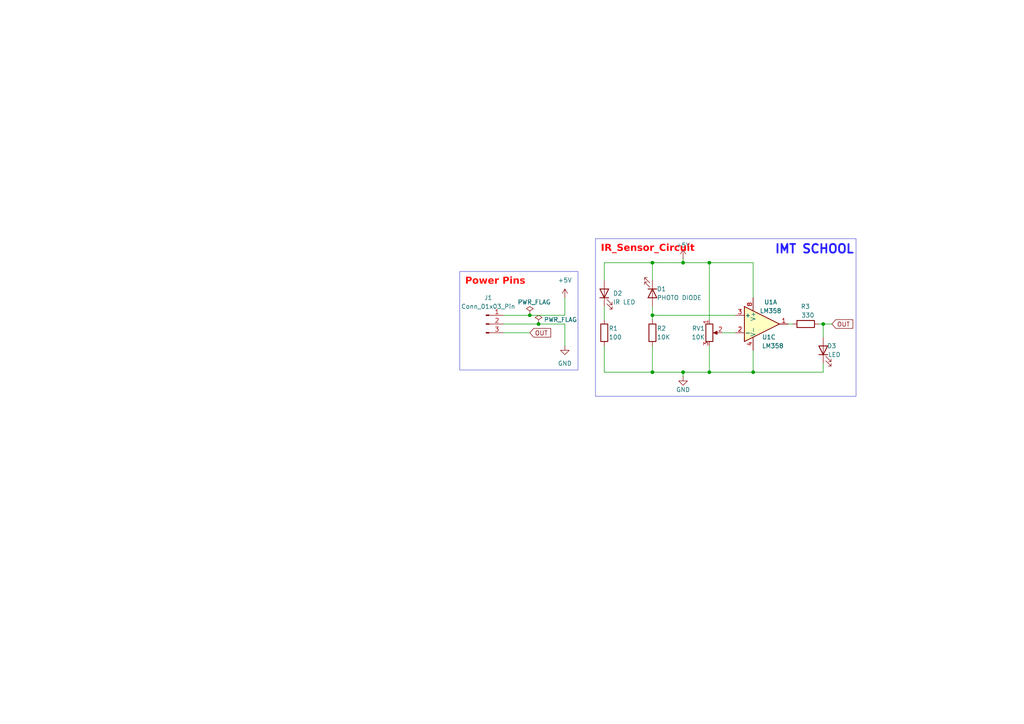
<source format=kicad_sch>
(kicad_sch (version 20231120) (generator "eeschema") (generator_version "8.0")
  (paper "A4")
  (title_block (title "IR_Sensor") (date "2024-12-07") (rev "1.0") (company "IMT School"))
  (lib_symbols
    (symbol "Amplifier_Operational:LM358" (pin_names (offset 0.127))
      (property "Reference" "U" (at 0 5.08 0))
      (property "Value" "LM358" (at 0 -5.08 0))
      (symbol "LM358_1_1"
        (polyline (pts (xy -5.08 5.08) (xy 5.08 0) (xy -5.08 -5.08) (xy -5.08 5.08)) (stroke (width 0.254)) (fill (type background)))
        (pin output line (at 7.62 0 180) (length 2.54) (name "~") (number "1"))
        (pin input line (at -7.62 -2.54 0) (length 2.54) (name "-") (number "2"))
        (pin input line (at -7.62 2.54 0) (length 2.54) (name "+") (number "3"))
      )
      (symbol "LM358_2_1"
        (polyline (pts (xy -5.08 5.08) (xy 5.08 0) (xy -5.08 -5.08) (xy -5.08 5.08)) (stroke (width 0.254)) (fill (type background)))
        (pin input line (at -7.62 2.54 0) (length 2.54) (name "+") (number "5"))
        (pin input line (at -7.62 -2.54 0) (length 2.54) (name "-") (number "6"))
        (pin output line (at 7.62 0 180) (length 2.54) (name "~") (number "7"))
      )
      (symbol "LM358_3_1"
        (pin power_in line (at -2.54 -7.62 90) (length 3.81) (name "V-") (number "4"))
        (pin power_in line (at -2.54 7.62 270) (length 3.81) (name "V+") (number "8"))
      )
    )
    (symbol "Connector:Conn_01x03_Pin" (pin_names (offset 1.016) hide)
      (property "Reference" "J" (at 0 5.08 0))
      (property "Value" "Conn_01x03_Pin" (at 0 -5.08 0))
      (symbol "Conn_01x03_Pin_1_1"
        (polyline (pts (xy 1.27 -2.54) (xy 0.8636 -2.54)) (stroke (width 0.1524)))
        (polyline (pts (xy 1.27 0) (xy 0.8636 0)) (stroke (width 0.1524)))
        (polyline (pts (xy 1.27 2.54) (xy 0.8636 2.54)) (stroke (width 0.1524)))
        (rectangle (start 0.8636 -2.413) (end 0 -2.667) (stroke (width 0.1524)) (fill (type outline)))
        (rectangle (start 0.8636 0.127) (end 0 -0.127) (stroke (width 0.1524)) (fill (type outline)))
        (rectangle (start 0.8636 2.667) (end 0 2.413) (stroke (width 0.1524)) (fill (type outline)))
        (pin passive line (at 5.08 2.54 180) (length 3.81) (name "Pin_1") (number "1"))
        (pin passive line (at 5.08 0 180) (length 3.81) (name "Pin_2") (number "2"))
        (pin passive line (at 5.08 -2.54 180) (length 3.81) (name "Pin_3") (number "3"))
      )
    )
    (symbol "Device:LED" (pin_numbers hide) (pin_names (offset 1.016) hide)
      (property "Reference" "D" (at 0 2.54 0))
      (property "Value" "LED" (at 0 -2.54 0))
      (symbol "LED_0_1"
        (polyline (pts (xy -1.27 -1.27) (xy -1.27 1.27)) (stroke (width 0.254)))
        (polyline (pts (xy -1.27 0) (xy 1.27 0)))
        (polyline (pts (xy 1.27 -1.27) (xy 1.27 1.27) (xy -1.27 0) (xy 1.27 -1.27)) (stroke (width 0.254)))
        (polyline (pts (xy -3.048 -0.762) (xy -4.572 -2.286) (xy -3.81 -2.286) (xy -4.572 -2.286) (xy -4.572 -1.524)))
        (polyline (pts (xy -1.778 -0.762) (xy -3.302 -2.286) (xy -2.54 -2.286) (xy -3.302 -2.286) (xy -3.302 -1.524)))
      )
      (symbol "LED_1_1"
        (pin passive line (at -3.81 0 0) (length 2.54) (name "K") (number "1"))
        (pin passive line (at 3.81 0 180) (length 2.54) (name "A") (number "2"))
      )
    )
    (symbol "Device:R" (pin_numbers hide) (pin_names (offset 0))
      (property "Reference" "R" (at 2.032 0 90))
      (property "Value" "R" (at 0 0 90))
      (symbol "R_0_1"
        (rectangle (start -1.016 -2.54) (end 1.016 2.54) (stroke (width 0.254)))
      )
      (symbol "R_1_1"
        (pin passive line (at 0 3.81 270) (length 1.27) (name "~") (number "1"))
        (pin passive line (at 0 -3.81 90) (length 1.27) (name "~") (number "2"))
      )
    )
    (symbol "Device:R_Potentiometer" (pin_names (offset 1.016) hide)
      (property "Reference" "RV" (at -4.445 0 90))
      (property "Value" "R_Potentiometer" (at -2.54 0 90))
      (symbol "R_Potentiometer_0_1"
        (polyline (pts (xy 2.54 0) (xy 1.524 0)))
        (polyline (pts (xy 1.143 0) (xy 2.286 0.508) (xy 2.286 -0.508) (xy 1.143 0)) (fill (type outline)))
        (rectangle (start 1.016 2.54) (end -1.016 -2.54) (stroke (width 0.254)))
      )
      (symbol "R_Potentiometer_1_1"
        (pin passive line (at 0 3.81 270) (length 1.27) (name "1") (number "1"))
        (pin passive line (at 3.81 0 180) (length 1.27) (name "2") (number "2"))
        (pin passive line (at 0 -3.81 90) (length 1.27) (name "3") (number "3"))
      )
    )
    (symbol "power:+5V" (power) (pin_numbers hide) (pin_names (offset 0) hide)
      (property "Value" "+5V" (at 0 3.556 0))
      (symbol "+5V_0_1"
        (polyline (pts (xy -0.762 1.27) (xy 0 2.54)))
        (polyline (pts (xy 0 0) (xy 0 2.54)))
        (polyline (pts (xy 0 2.54) (xy 0.762 1.27)))
      )
      (symbol "+5V_1_1"
        (pin power_in line (at 0 0 90) (length 0) (name "~") (number "1"))
      )
    )
    (symbol "power:GND" (power) (pin_numbers hide) (pin_names (offset 0) hide)
      (property "Value" "GND" (at 0 -3.81 0))
      (symbol "GND_0_1"
        (polyline (pts (xy 0 0) (xy 0 -1.27) (xy 1.27 -1.27) (xy 0 -2.54) (xy -1.27 -1.27) (xy 0 -1.27)))
      )
      (symbol "GND_1_1"
        (pin power_in line (at 0 0 270) (length 0) (name "~") (number "1"))
      )
    )
    (symbol "power:PWR_FLAG" (power) (pin_numbers hide) (pin_names (offset 0) hide)
      (property "Value" "PWR_FLAG" (at 0 3.81 0))
      (symbol "PWR_FLAG_0_0"
        (pin power_out line (at 0 0 90) (length 0) (name "~") (number "1"))
      )
      (symbol "PWR_FLAG_0_1"
        (polyline (pts (xy 0 0) (xy 0 1.27) (xy -1.016 1.905) (xy 0 2.54) (xy 1.016 1.905) (xy 0 1.27)))
      )
    )
  )
  (junction (at 189.23 76.2))
  (junction (at 218.44 107.95))
  (junction (at 205.74 76.2))
  (junction (at 156.21 93.98))
  (junction (at 198.12 107.95))
  (junction (at 238.76 93.98))
  (junction (at 189.23 91.44))
  (junction (at 153.67 91.44))
  (junction (at 205.74 107.95))
  (junction (at 198.12 76.2))
  (junction (at 189.23 107.95))
  (wire (pts (xy 198.12 107.95) (xy 205.74 107.95)))
  (wire (pts (xy 175.26 100.33) (xy 175.26 107.95)))
  (wire (pts (xy 205.74 76.2) (xy 205.74 92.71)))
  (wire (pts (xy 205.74 107.95) (xy 218.44 107.95)))
  (wire (pts (xy 163.83 93.98) (xy 163.83 100.33)))
  (wire (pts (xy 218.44 101.6) (xy 218.44 107.95)))
  (wire (pts (xy 238.76 105.41) (xy 238.76 107.95)))
  (wire (pts (xy 198.12 76.2) (xy 205.74 76.2)))
  (wire (pts (xy 146.05 91.44) (xy 153.67 91.44)))
  (wire (pts (xy 189.23 76.2) (xy 189.23 81.28)))
  (wire (pts (xy 156.21 93.98) (xy 163.83 93.98)))
  (wire (pts (xy 189.23 76.2) (xy 198.12 76.2)))
  (wire (pts (xy 189.23 91.44) (xy 213.36 91.44)))
  (wire (pts (xy 153.67 91.44) (xy 163.83 91.44)))
  (wire (pts (xy 146.05 93.98) (xy 156.21 93.98)))
  (wire (pts (xy 189.23 107.95) (xy 198.12 107.95)))
  (wire (pts (xy 198.12 107.95) (xy 198.12 109.22)))
  (wire (pts (xy 175.26 88.9) (xy 175.26 92.71)))
  (wire (pts (xy 198.12 74.93) (xy 198.12 76.2)))
  (wire (pts (xy 218.44 76.2) (xy 218.44 86.36)))
  (wire (pts (xy 146.05 96.52) (xy 153.67 96.52)))
  (wire (pts (xy 189.23 88.9) (xy 189.23 91.44)))
  (wire (pts (xy 209.55 96.52) (xy 213.36 96.52)))
  (wire (pts (xy 175.26 107.95) (xy 189.23 107.95)))
  (wire (pts (xy 189.23 100.33) (xy 189.23 107.95)))
  (wire (pts (xy 205.74 76.2) (xy 218.44 76.2)))
  (wire (pts (xy 189.23 91.44) (xy 189.23 92.71)))
  (wire (pts (xy 175.26 76.2) (xy 175.26 81.28)))
  (wire (pts (xy 238.76 93.98) (xy 238.76 97.79)))
  (wire (pts (xy 237.49 93.98) (xy 238.76 93.98)))
  (wire (pts (xy 238.76 93.98) (xy 241.3 93.98)))
  (wire (pts (xy 175.26 76.2) (xy 189.23 76.2)))
  (wire (pts (xy 218.44 107.95) (xy 238.76 107.95)))
  (wire (pts (xy 163.83 86.36) (xy 163.83 91.44)))
  (wire (pts (xy 228.6 93.98) (xy 229.87 93.98)))
  (wire (pts (xy 205.74 100.33) (xy 205.74 107.95)))
  (text_box "IR_Sensor_Circuit" (exclude_from_sim yes) (at 172.72 69.215 0) (size 75.565 45.72) (stroke (width 0.1)) (effects (font (size 2 2) (thickness 0.6) (bold yes)) (justify left top)))
  (text_box "Power Pins" (at 133.35 78.74 0) (size 34.29 28.575) (stroke (width 0.1)) (effects (font (size 2 2) (thickness 0.4) (bold yes)) (justify left top)))
  (text "IMT SCHOOL" (at 236.22 72.39 0) (effects (font (size 2.5 2.5) (thickness 0.5) (bold yes))))
  (global_label "OUT" (shape input) (at 153.67 96.52 0) (property "Intersheetrefs" "${INTERSHEET_REFS}" (effects (hide yes))))
  (global_label "OUT" (shape input) (at 241.3 93.98 0) (property "Intersheetrefs" "${INTERSHEET_REFS}" (effects (hide yes))))
  (symbol (lib_id "Device:R_Potentiometer") (at 205.74 96.52 0) (unit 1)
    (property "Reference" "RV1" (at 204.47 95.25 0) (effects (justify right)))
    (property "Value" "10K" (at 204.47 97.79 0) (effects (justify right)))
    (property "Footprint" "Potentiometer_SMD:Potentiometer_Bourns_3314G_Vertical" (effects (hide yes)))
    (property "Description" "Potentiometer" (effects (hide yes)))
  )
  (symbol (lib_id "Device:R") (at 189.23 96.52 0) (unit 1)
    (property "Reference" "R2" (at 190.5 95.25 0) (effects (justify left)))
    (property "Value" "10K" (at 190.5 97.79 0) (effects (justify left)))
    (property "Footprint" "Resistor_SMD:R_1206_3216Metric_Pad1.30x1.75mm_HandSolder" (effects (hide yes)))
    (property "Description" "Resistor" (effects (hide yes)))
  )
  (symbol (lib_id "Amplifier_Operational:LM358") (at 220.98 93.98 0) (unit 3)
    (property "Reference" "U1" (at 220.98 97.79 0) (effects (justify left)))
    (property "Value" "LM358" (at 220.98 100.33 0) (effects (justify left)))
    (property "Footprint" "Package_DIP:DIP-8_W7.62mm_SMDSocket_SmallPads" (effects (hide yes)))
    (property "Datasheet" "http://www.ti.com/lit/ds/symlink/lm2904-n.pdf" (effects (hide yes)))
    (property "Description" "Low-Power, Dual Operational Amplifiers, DIP-8/SOIC-8/TO-99-8" (effects (hide yes)))
  )
  (symbol (lib_id "power:+5V") (at 163.83 86.36 0) (unit 1)
    (property "Reference" "#PWR01" (effects (hide yes)))
    (property "Value" "+5V" (at 163.83 81.28 0))
    (property "Description" "Power symbol creates a global label with name \"+5V\"" (effects (hide yes)))
  )
  (symbol (lib_id "Device:R") (at 175.26 96.52 0) (unit 1)
    (property "Reference" "R1" (at 176.53 95.25 0) (effects (justify left)))
    (property "Value" "100" (at 176.53 97.79 0) (effects (justify left)))
    (property "Footprint" "Resistor_SMD:R_1206_3216Metric_Pad1.30x1.75mm_HandSolder" (effects (hide yes)))
    (property "Description" "Resistor" (effects (hide yes)))
  )
  (symbol (lib_id "power:PWR_FLAG") (at 153.67 91.44 0) (unit 1)
    (property "Reference" "#FLG01" (effects (hide yes)))
    (property "Value" "PWR_FLAG" (at 154.94 87.63 0))
    (property "Description" "Special symbol for telling ERC where power comes from" (effects (hide yes)))
  )
  (symbol (lib_id "Device:R") (at 233.68 93.98 90) (unit 1)
    (property "Reference" "R3" (at 234.95 88.9 90) (effects (justify left)))
    (property "Value" "330" (at 236.22 91.44 90) (effects (justify left)))
    (property "Footprint" "Resistor_SMD:R_1206_3216Metric_Pad1.30x1.75mm_HandSolder" (effects (hide yes)))
    (property "Description" "Resistor" (effects (hide yes)))
  )
  (symbol (lib_id "Device:LED") (at 175.26 85.09 90) (unit 1)
    (property "Reference" "D2" (at 177.8 85.09 90) (effects (justify right)))
    (property "Value" "IR LED" (at 177.8 87.63 90) (effects (justify right)))
    (property "Footprint" "LED_THT:LED_D5.0mm_Horizontal_O3.81mm_Z3.0mm" (effects (hide yes)))
    (property "Description" "Light emitting diode" (effects (hide yes)))
  )
  (symbol (lib_id "Device:LED") (at 189.23 85.09 270) (unit 1)
    (property "Reference" "D1" (at 190.5 83.82 90) (effects (justify left)))
    (property "Value" "PHOTO DIODE" (at 190.5 86.36 90) (effects (justify left)))
    (property "Footprint" "LED_THT:LED_D5.0mm_Horizontal_O3.81mm_Z3.0mm" (effects (hide yes)))
    (property "Description" "Light emitting diode" (effects (hide yes)))
  )
  (symbol (lib_id "power:GND") (at 198.12 109.22 0) (unit 1)
    (property "Reference" "#PWR03" (effects (hide yes)))
    (property "Value" "GND" (at 198.12 113.03 0))
    (property "Description" "Power symbol creates a global label with name \"GND\" , ground" (effects (hide yes)))
  )
  (symbol (lib_id "Amplifier_Operational:LM358") (at 220.98 93.98 0) (unit 1)
    (property "Reference" "U1" (at 223.52 87.63 0))
    (property "Value" "LM358" (at 223.52 90.17 0))
    (property "Footprint" "Package_DIP:DIP-8_W7.62mm_SMDSocket_SmallPads" (effects (hide yes)))
    (property "Datasheet" "http://www.ti.com/lit/ds/symlink/lm2904-n.pdf" (effects (hide yes)))
    (property "Description" "Low-Power, Dual Operational Amplifiers, DIP-8/SOIC-8/TO-99-8" (effects (hide yes)))
  )
  (symbol (lib_id "power:+5V") (at 198.12 74.93 0) (unit 1)
    (property "Reference" "#PWR04" (effects (hide yes)))
    (property "Value" "+5V" (at 198.12 71.12 0))
    (property "Description" "Power symbol creates a global label with name \"+5V\"" (effects (hide yes)))
  )
  (symbol (lib_id "power:GND") (at 163.83 100.33 0) (unit 1)
    (property "Reference" "#PWR02" (effects (hide yes)))
    (property "Value" "GND" (at 163.83 105.41 0))
    (property "Description" "Power symbol creates a global label with name \"GND\" , ground" (effects (hide yes)))
  )
  (symbol (lib_id "Device:LED") (at 238.76 101.6 90) (unit 1)
    (property "Reference" "D3" (at 242.57 100.33 90) (effects (justify left)))
    (property "Value" "LED" (at 243.84 102.87 90) (effects (justify left)))
    (property "Footprint" "LED_SMD:LED_1206_3216Metric_Pad1.42x1.75mm_HandSolder" (effects (hide yes)))
    (property "Description" "Light emitting diode" (effects (hide yes)))
  )
  (symbol (lib_id "Connector:Conn_01x03_Pin") (at 140.97 93.98 0) (unit 1)
    (property "Reference" "J1" (at 141.605 86.36 0))
    (property "Value" "Conn_01x03_Pin" (at 141.605 88.9 0))
    (property "Footprint" "Connector_PinHeader_2.54mm:PinHeader_1x03_P2.54mm_Horizontal" (effects (hide yes)))
    (property "Description" "Generic connector, single row, 01x03, script generated" (effects (hide yes)))
  )
  (symbol (lib_id "power:PWR_FLAG") (at 156.21 93.98 0) (unit 1)
    (property "Reference" "#FLG02" (effects (hide yes)))
    (property "Value" "PWR_FLAG" (at 162.56 92.71 0))
    (property "Description" "Special symbol for telling ERC where power comes from" (effects (hide yes)))
  )
)
</source>
